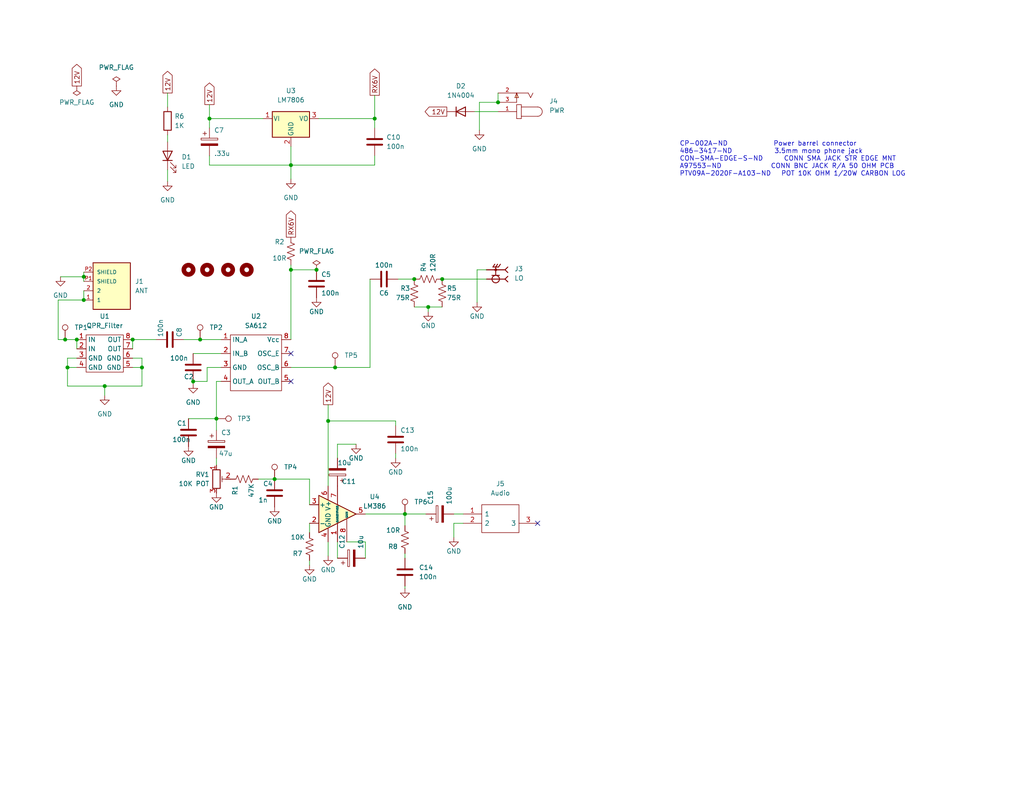
<source format=kicad_sch>
(kicad_sch (version 20211123) (generator eeschema)
  (paper "A")
  (lib_symbols
    (symbol "Amplifier_Audio:LM386" (pin_names (offset 0.127))
      (property "Reference" "U" (at 1.27 7.62 0))
      (property "Value" "LM386" (at 1.27 5.08 0))
      (symbol "LM386_0_1"
        (polyline (pts (xy 5.08 0) (xy -5.08 5.08) (xy -5.08 -5.08) (xy 5.08 0)) (stroke (width 0.254)) (fill (type background)))
      )
      (symbol "LM386_1_1"
        (pin input line (at 0 -7.62 90) (length 5.08) (name "GAIN") (number "1"))
        (pin input line (at -7.62 -2.54 0) (length 2.54) (name "-") (number "2"))
        (pin input line (at -7.62 2.54 0) (length 2.54) (name "+") (number "3"))
        (pin power_in line (at -2.54 -7.62 90) (length 3.81) (name "GND") (number "4"))
        (pin output line (at 7.62 0 180) (length 2.54) (name "~") (number "5"))
        (pin power_in line (at -2.54 7.62 270) (length 3.81) (name "V+") (number "6"))
        (pin input line (at 0 7.62 270) (length 5.08) (name "BYPASS") (number "7"))
        (pin input line (at 2.54 -7.62 90) (length 6.35) (name "GAIN") (number "8"))
      )
    )
    (symbol "Connector:TestPoint" (pin_numbers hide) (pin_names (offset 0.762) hide)
      (property "Reference" "TP" (at 0 6.858 0))
      (property "Value" "TestPoint" (at 0 5.08 0))
      (symbol "TestPoint_0_1"
        (circle (center 0 3.302) (radius 0.762))
      )
      (symbol "TestPoint_1_1"
        (pin passive line (at 0 0 90) (length 2.54) (name "1") (number "1"))
      )
    )
    (symbol "Custom_RF:1-1337543-0" (pin_names (offset 1.016))
      (property "Reference" "J" (at -5.08 5.715 0))
      (property "Value" "1-1337543-0" (at -5.08 -10.16 0))
      (symbol "1-1337543-0_0_0"
        (rectangle (start -5.08 -7.62) (end 5.08 5.08) (stroke (width 0.254)) (fill (type background)))
        (pin passive line (at 7.62 2.54 180) (length 2.54) (name "1") (number "1"))
        (pin passive line (at 7.62 0 180) (length 2.54) (name "2") (number "2"))
        (pin passive line (at 7.62 -2.54 180) (length 2.54) (name "SHIELD") (number "P1"))
        (pin passive line (at 7.62 -5.08 180) (length 2.54) (name "SHIELD") (number "P2"))
      )
    )
    (symbol "Custom_RF:4832.2230" (pin_names (offset 0.762))
      (property "Reference" "J" (at 16.51 7.62 0))
      (property "Value" "4832.2230" (at 16.51 5.08 0))
      (symbol "4832.2230_0_0"
        (pin passive line (at 20.32 -2.54 180) (length 5.08) (name "1") (number "1"))
        (pin passive line (at 20.32 0 180) (length 5.08) (name "2") (number "2"))
        (pin passive line (at 0 0 0) (length 5.08) (name "3") (number "3"))
      )
      (symbol "4832.2230_0_1"
        (polyline (pts (xy 5.08 2.54) (xy 15.24 2.54) (xy 15.24 -5.08) (xy 5.08 -5.08) (xy 5.08 2.54)) (stroke (width 0.1524)))
      )
    )
    (symbol "Custom_RF:CON-SMA-EDGE-S" (pin_numbers hide) (pin_names (offset 1.016) hide)
      (property "Reference" "J" (at -3.81 4.064 0))
      (property "Value" "CON-SMA-EDGE-S" (at -4.064 -4.318 0))
      (symbol "CON-SMA-EDGE-S_0_0"
        (polyline (pts (xy -3.302 -0.762) (xy -2.54 0)) (stroke (width 0.254)))
        (polyline (pts (xy -3.302 0.762) (xy -2.54 0)) (stroke (width 0.254)))
        (polyline (pts (xy -3.302 1.778) (xy -2.54 2.54)) (stroke (width 0.254)))
        (polyline (pts (xy -3.302 3.302) (xy -2.54 2.54)) (stroke (width 0.254)))
        (polyline (pts (xy -2.54 0) (xy 0 0)) (stroke (width 0.254)))
        (polyline (pts (xy -2.54 2.54) (xy 2.54 2.54)) (stroke (width 0.254)))
        (polyline (pts (xy -1.016 1.524) (xy 0 1.524)) (stroke (width 0.254)))
        (polyline (pts (xy -0.762 -0.762) (xy -1.27 -1.524)) (stroke (width 0.254)))
        (polyline (pts (xy 0 -0.762) (xy -0.762 -0.762)) (stroke (width 0.254)))
        (polyline (pts (xy 0 -0.762) (xy -0.508 -1.524)) (stroke (width 0.254)))
        (polyline (pts (xy 0 -0.762) (xy 0.762 -0.762)) (stroke (width 0.254)))
        (polyline (pts (xy 0 0) (xy -2.286 0)) (stroke (width 0.254)))
        (polyline (pts (xy 0 0) (xy 0 -0.762)) (stroke (width 0.254)))
        (polyline (pts (xy 0 1.524) (xy 0 0)) (stroke (width 0.254)))
        (polyline (pts (xy 0 1.524) (xy 1.016 1.524)) (stroke (width 0.254)))
        (polyline (pts (xy 0.762 -0.762) (xy 0.254 -1.524)) (stroke (width 0.254)))
        (polyline (pts (xy 2.54 0) (xy 0 0)) (stroke (width 0.254)))
        (circle (center 0 0) (radius 0.254) (stroke (width 0.254)))
        (circle (center 0 2.54) (radius 1.016) (stroke (width 0.254)))
        (pin passive line (at 2.54 2.54 180) (length 5.08) (name "~") (number "1"))
        (pin passive line (at 2.54 0 180) (length 5.08) (name "~") (number "G1"))
        (pin passive line (at 2.54 0 180) (length 5.08) (name "~") (number "G2"))
        (pin passive line (at 2.54 0 180) (length 5.08) (name "~") (number "G3"))
        (pin passive line (at 2.54 0 180) (length 5.08) (name "~") (number "G4"))
      )
    )
    (symbol "Custom_RF:PJ-002A" (pin_names (offset 1.016) hide)
      (property "Reference" "J" (at -7.62 5.08 0))
      (property "Value" "PJ-002A" (at -7.62 -5.08 0))
      (symbol "PJ-002A_0_0"
        (arc (start -5.715 3.81) (mid -6.985 2.54) (end -5.715 1.27) (stroke (width 0.1524)))
        (polyline (pts (xy -5.715 3.81) (xy -1.27 3.81)) (stroke (width 0.1524)))
        (polyline (pts (xy -3.81 -1.27) (xy -4.445 -2.54)) (stroke (width 0.1524)))
        (polyline (pts (xy -3.175 -2.54) (xy -3.81 -1.27)) (stroke (width 0.1524)))
        (polyline (pts (xy -1.27 0.635) (xy 0 0.635)) (stroke (width 0.1524)))
        (polyline (pts (xy -1.27 1.27) (xy -5.715 1.27)) (stroke (width 0.1524)))
        (polyline (pts (xy -1.27 1.27) (xy -1.27 0.635)) (stroke (width 0.1524)))
        (polyline (pts (xy -1.27 3.81) (xy -1.27 1.27)) (stroke (width 0.1524)))
        (polyline (pts (xy -1.27 4.445) (xy -1.27 3.81)) (stroke (width 0.1524)))
        (polyline (pts (xy 0 -2.54) (xy -3.175 -2.54)) (stroke (width 0.1524)))
        (polyline (pts (xy 0 0) (xy 0 -2.54)) (stroke (width 0.1524)))
        (polyline (pts (xy 0 0.635) (xy 0 4.445)) (stroke (width 0.1524)))
        (polyline (pts (xy 0 4.445) (xy -1.27 4.445)) (stroke (width 0.1524)))
        (polyline (pts (xy 0 -2.54) (xy -0.508 -1.27) (xy 0.508 -1.27) (xy 0 -2.54)) (stroke (width 0.1524)) (fill (type background)))
        (pin passive line (at 5.08 2.54 180) (length 5.08) (name "~") (number "1"))
        (pin passive line (at 5.08 -2.54 180) (length 5.08) (name "~") (number "2"))
        (pin passive line (at 5.08 0 180) (length 5.08) (name "~") (number "3"))
      )
    )
    (symbol "Custom_RF:QPR_Filter"
      (property "Reference" "U" (at 0 7.62 0))
      (property "Value" "QPR_Filter" (at 0 -7.62 0))
      (symbol "QPR_Filter_0_1"
        (rectangle (start -5.08 5.08) (end 5.08 -5.08))
      )
      (symbol "QPR_Filter_1_1"
        (pin bidirectional line (at -7.62 3.81 0) (length 2.54) (name "IN") (number "1"))
        (pin bidirectional line (at -7.62 1.27 0) (length 2.54) (name "IN") (number "2"))
        (pin power_in line (at -7.62 -1.27 0) (length 2.54) (name "GND") (number "3"))
        (pin power_in line (at -7.62 -3.81 0) (length 2.54) (name "GND") (number "4"))
        (pin power_in line (at 7.62 -3.81 180) (length 2.54) (name "GND") (number "5"))
        (pin power_in line (at 7.62 -1.27 180) (length 2.54) (name "GND") (number "6"))
        (pin bidirectional line (at 7.62 1.27 180) (length 2.54) (name "OUT") (number "7"))
        (pin bidirectional line (at 7.62 3.81 180) (length 2.54) (name "OUT") (number "8"))
      )
    )
    (symbol "Custom_RF:SA612"
      (property "Reference" "U" (at 1.27 10.16 0))
      (property "Value" "SA612" (at 1.27 -7.62 0))
      (symbol "SA612_0_1"
        (rectangle (start -6.35 8.89) (end 7.62 -6.35))
      )
      (symbol "SA612_1_1"
        (pin input line (at -8.89 7.62 0) (length 2.54) (name "IN_A") (number "1"))
        (pin input line (at -8.89 3.81 0) (length 2.54) (name "IN_B") (number "2"))
        (pin power_in line (at -8.89 0 0) (length 2.54) (name "GND") (number "3"))
        (pin output line (at -8.89 -3.81 0) (length 2.54) (name "OUT_A") (number "4"))
        (pin output line (at 10.16 -3.81 180) (length 2.54) (name "OUT_B") (number "5"))
        (pin input line (at 10.16 0 180) (length 2.54) (name "OSC_B") (number "6"))
        (pin input line (at 10.16 3.81 180) (length 2.54) (name "OSC_E") (number "7"))
        (pin power_in line (at 10.16 7.62 180) (length 2.54) (name "Vcc") (number "8"))
      )
    )
    (symbol "Device:C" (pin_numbers hide) (pin_names (offset 0.254))
      (property "Reference" "C" (at 0.635 2.54 0))
      (property "Value" "C" (at 0.635 -2.54 0))
      (symbol "C_0_1"
        (polyline (pts (xy -2.032 -0.762) (xy 2.032 -0.762)) (stroke (width 0.508)))
        (polyline (pts (xy -2.032 0.762) (xy 2.032 0.762)) (stroke (width 0.508)))
      )
      (symbol "C_1_1"
        (pin passive line (at 0 3.81 270) (length 2.794) (name "~") (number "1"))
        (pin passive line (at 0 -3.81 90) (length 2.794) (name "~") (number "2"))
      )
    )
    (symbol "Device:C_Polarized" (pin_numbers hide) (pin_names (offset 0.254))
      (property "Reference" "C" (at 0.635 2.54 0))
      (property "Value" "C_Polarized" (at 0.635 -2.54 0))
      (symbol "C_Polarized_0_1"
        (rectangle (start -2.286 0.508) (end 2.286 1.016))
        (polyline (pts (xy -1.778 2.286) (xy -0.762 2.286)))
        (polyline (pts (xy -1.27 2.794) (xy -1.27 1.778)))
        (rectangle (start 2.286 -0.508) (end -2.286 -1.016) (fill (type outline)))
      )
      (symbol "C_Polarized_1_1"
        (pin passive line (at 0 3.81 270) (length 2.794) (name "~") (number "1"))
        (pin passive line (at 0 -3.81 90) (length 2.794) (name "~") (number "2"))
      )
    )
    (symbol "Device:LED" (pin_numbers hide) (pin_names (offset 1.016) hide)
      (property "Reference" "D" (at 0 2.54 0))
      (property "Value" "LED" (at 0 -2.54 0))
      (symbol "LED_0_1"
        (polyline (pts (xy -1.27 -1.27) (xy -1.27 1.27)) (stroke (width 0.254)))
        (polyline (pts (xy -1.27 0) (xy 1.27 0)))
        (polyline (pts (xy 1.27 -1.27) (xy 1.27 1.27) (xy -1.27 0) (xy 1.27 -1.27)) (stroke (width 0.254)))
        (polyline (pts (xy -3.048 -0.762) (xy -4.572 -2.286) (xy -3.81 -2.286) (xy -4.572 -2.286) (xy -4.572 -1.524)))
        (polyline (pts (xy -1.778 -0.762) (xy -3.302 -2.286) (xy -2.54 -2.286) (xy -3.302 -2.286) (xy -3.302 -1.524)))
      )
      (symbol "LED_1_1"
        (pin passive line (at -3.81 0 0) (length 2.54) (name "K") (number "1"))
        (pin passive line (at 3.81 0 180) (length 2.54) (name "A") (number "2"))
      )
    )
    (symbol "Device:R" (pin_numbers hide) (pin_names (offset 0))
      (property "Reference" "R" (at 2.032 0 90))
      (property "Value" "R" (at 0 0 90))
      (symbol "R_0_1"
        (rectangle (start -1.016 -2.54) (end 1.016 2.54) (stroke (width 0.254)))
      )
      (symbol "R_1_1"
        (pin passive line (at 0 3.81 270) (length 1.27) (name "~") (number "1"))
        (pin passive line (at 0 -3.81 90) (length 1.27) (name "~") (number "2"))
      )
    )
    (symbol "Device:R_Potentiometer_Trim" (pin_names (offset 1.016) hide)
      (property "Reference" "RV" (at -4.445 0 90))
      (property "Value" "R_Potentiometer_Trim" (at -2.54 0 90))
      (symbol "R_Potentiometer_Trim_0_1"
        (polyline (pts (xy 1.524 0.762) (xy 1.524 -0.762)))
        (polyline (pts (xy 2.54 0) (xy 1.524 0)))
        (rectangle (start 1.016 2.54) (end -1.016 -2.54) (stroke (width 0.254)))
      )
      (symbol "R_Potentiometer_Trim_1_1"
        (pin passive line (at 0 3.81 270) (length 1.27) (name "1") (number "1"))
        (pin passive line (at 3.81 0 180) (length 1.27) (name "2") (number "2"))
        (pin passive line (at 0 -3.81 90) (length 1.27) (name "3") (number "3"))
      )
    )
    (symbol "Device:R_US" (pin_numbers hide) (pin_names (offset 0))
      (property "Reference" "R" (at 2.54 0 90))
      (property "Value" "R_US" (at -2.54 0 90))
      (symbol "R_US_0_1"
        (polyline (pts (xy 0 -2.286) (xy 0 -2.54)))
        (polyline (pts (xy 0 2.286) (xy 0 2.54)))
        (polyline (pts (xy 0 -0.762) (xy 1.016 -1.143) (xy 0 -1.524) (xy -1.016 -1.905) (xy 0 -2.286)))
        (polyline (pts (xy 0 0.762) (xy 1.016 0.381) (xy 0 0) (xy -1.016 -0.381) (xy 0 -0.762)))
        (polyline (pts (xy 0 2.286) (xy 1.016 1.905) (xy 0 1.524) (xy -1.016 1.143) (xy 0 0.762)))
      )
      (symbol "R_US_1_1"
        (pin passive line (at 0 3.81 270) (length 1.27) (name "~") (number "1"))
        (pin passive line (at 0 -3.81 90) (length 1.27) (name "~") (number "2"))
      )
    )
    (symbol "Diode:1N4001" (pin_numbers hide) (pin_names (offset 1.016) hide)
      (property "Reference" "D" (at 0 2.54 0))
      (property "Value" "1N4001" (at 0 -2.54 0))
      (symbol "1N4001_0_1"
        (polyline (pts (xy -1.27 1.27) (xy -1.27 -1.27)) (stroke (width 0.254)))
        (polyline (pts (xy 1.27 0) (xy -1.27 0)))
        (polyline (pts (xy 1.27 1.27) (xy 1.27 -1.27) (xy -1.27 0) (xy 1.27 1.27)) (stroke (width 0.254)))
      )
      (symbol "1N4001_1_1"
        (pin passive line (at -3.81 0 0) (length 2.54) (name "K") (number "1"))
        (pin passive line (at 3.81 0 180) (length 2.54) (name "A") (number "2"))
      )
    )
    (symbol "Mechanical:MountingHole" (pin_names (offset 1.016))
      (property "Reference" "H" (at 0 5.08 0))
      (property "Value" "MountingHole" (at 0 3.175 0))
      (symbol "MountingHole_0_1"
        (circle (center 0 0) (radius 1.27) (stroke (width 1.27)))
      )
    )
    (symbol "Regulator_Linear:LM7805_TO220" (pin_names (offset 0.254))
      (property "Reference" "U" (at -3.81 3.175 0))
      (property "Value" "LM7805_TO220" (at 0 3.175 0))
      (symbol "LM7805_TO220_0_1"
        (rectangle (start -5.08 1.905) (end 5.08 -5.08) (stroke (width 0.254)) (fill (type background)))
      )
      (symbol "LM7805_TO220_1_1"
        (pin power_in line (at -7.62 0 0) (length 2.54) (name "VI") (number "1"))
        (pin power_in line (at 0 -7.62 90) (length 2.54) (name "GND") (number "2"))
        (pin power_out line (at 7.62 0 180) (length 2.54) (name "VO") (number "3"))
      )
    )
    (symbol "power:GND" (power) (pin_names (offset 0))
      (property "Value" "GND" (at 0 -3.81 0))
      (symbol "GND_0_1"
        (polyline (pts (xy 0 0) (xy 0 -1.27) (xy 1.27 -1.27) (xy 0 -2.54) (xy -1.27 -1.27) (xy 0 -1.27)))
      )
      (symbol "GND_1_1"
        (pin power_in line (at 0 0 270) (length 0) hide (name "GND") (number "1"))
      )
    )
    (symbol "power:PWR_FLAG" (power) (pin_numbers hide) (pin_names (offset 0) hide)
      (property "Value" "PWR_FLAG" (at 0 3.81 0))
      (symbol "PWR_FLAG_0_0"
        (pin power_out line (at 0 0 90) (length 0) (name "pwr") (number "1"))
      )
      (symbol "PWR_FLAG_0_1"
        (polyline (pts (xy 0 0) (xy 0 1.27) (xy -1.016 1.905) (xy 0 2.54) (xy 1.016 1.905) (xy 0 1.27)))
      )
    )
  )
  (junction (at 86.36 73.66))
  (junction (at 79.375 73.66))
  (junction (at 113.03 76.2))
  (junction (at 135.89 27.94))
  (junction (at 18.415 100.33))
  (junction (at 102.235 32.385))
  (junction (at 54.61 92.71))
  (junction (at 22.86 81.915))
  (junction (at 52.705 104.14))
  (junction (at 110.49 140.335))
  (junction (at 74.93 130.81))
  (junction (at 36.195 92.71))
  (junction (at 120.65 76.2))
  (junction (at 17.78 92.71))
  (junction (at 116.84 83.82))
  (junction (at 22.86 75.565))
  (junction (at 79.375 45.085))
  (junction (at 59.055 114.3))
  (junction (at 38.735 100.33))
  (junction (at 91.44 100.33))
  (junction (at 28.575 105.41))
  (junction (at 57.15 32.385))
  (junction (at 20.955 92.71))
  (junction (at 89.535 114.935))
  (no_connect (at 146.685 142.875))
  (no_connect (at 79.375 96.52))
  (no_connect (at 79.375 104.14))
  (wire (pts (xy 57.15 32.385) (xy 57.15 34.925)))
  (wire (pts (xy 52.705 104.14) (xy 56.515 104.14)))
  (wire (pts (xy 102.235 42.545) (xy 102.235 45.085)))
  (wire (pts (xy 59.055 127) (xy 59.055 125.095)))
  (wire (pts (xy 126.365 142.875) (xy 123.825 142.875)))
  (wire (pts (xy 120.65 76.2) (xy 132.715 76.2)))
  (wire (pts (xy 91.44 100.33) (xy 79.375 100.33)))
  (wire (pts (xy 45.72 25.4) (xy 45.72 29.21)))
  (wire (pts (xy 56.515 100.33) (xy 60.325 100.33)))
  (wire (pts (xy 108.585 76.2) (xy 113.03 76.2)))
  (wire (pts (xy 17.78 92.71) (xy 20.955 92.71)))
  (wire (pts (xy 50.165 92.71) (xy 54.61 92.71)))
  (wire (pts (xy 135.89 25.4) (xy 135.89 27.94)))
  (wire (pts (xy 79.375 73.66) (xy 86.36 73.66)))
  (wire (pts (xy 56.515 104.14) (xy 56.515 100.33)))
  (wire (pts (xy 100.965 76.2) (xy 100.965 100.33)))
  (wire (pts (xy 18.415 97.79) (xy 18.415 100.33)))
  (wire (pts (xy 86.995 32.385) (xy 102.235 32.385)))
  (wire (pts (xy 57.15 45.085) (xy 79.375 45.085)))
  (wire (pts (xy 99.695 147.955) (xy 99.695 152.4)))
  (wire (pts (xy 59.055 104.14) (xy 59.055 114.3)))
  (wire (pts (xy 110.49 151.13) (xy 110.49 152.4)))
  (wire (pts (xy 89.535 114.935) (xy 89.535 132.715)))
  (wire (pts (xy 70.485 130.81) (xy 74.93 130.81)))
  (wire (pts (xy 84.455 153.035) (xy 84.455 154.305)))
  (wire (pts (xy 79.375 45.085) (xy 79.375 48.895)))
  (wire (pts (xy 135.89 27.94) (xy 130.81 27.94)))
  (wire (pts (xy 15.875 81.915) (xy 15.875 92.71)))
  (wire (pts (xy 36.195 92.71) (xy 36.195 95.25)))
  (wire (pts (xy 20.955 97.79) (xy 18.415 97.79)))
  (wire (pts (xy 16.51 75.565) (xy 22.86 75.565)))
  (wire (pts (xy 22.86 75.565) (xy 22.86 76.835)))
  (wire (pts (xy 116.84 83.82) (xy 120.65 83.82)))
  (wire (pts (xy 94.615 147.955) (xy 99.695 147.955)))
  (wire (pts (xy 132.715 73.66) (xy 130.175 73.66)))
  (wire (pts (xy 79.375 45.085) (xy 79.375 40.005)))
  (wire (pts (xy 28.575 105.41) (xy 28.575 107.95)))
  (wire (pts (xy 92.075 121.285) (xy 97.155 121.285)))
  (wire (pts (xy 15.875 81.915) (xy 22.86 81.915)))
  (wire (pts (xy 60.325 96.52) (xy 52.705 96.52)))
  (wire (pts (xy 129.54 30.48) (xy 135.89 30.48)))
  (wire (pts (xy 36.195 100.33) (xy 38.735 100.33)))
  (wire (pts (xy 110.49 140.335) (xy 110.49 143.51)))
  (wire (pts (xy 60.325 104.14) (xy 59.055 104.14)))
  (wire (pts (xy 84.455 130.81) (xy 84.455 137.795)))
  (wire (pts (xy 18.415 100.33) (xy 20.955 100.33)))
  (wire (pts (xy 52.705 104.14) (xy 52.705 104.775)))
  (wire (pts (xy 110.49 140.335) (xy 116.205 140.335)))
  (wire (pts (xy 38.735 105.41) (xy 38.735 100.33)))
  (wire (pts (xy 110.49 160.02) (xy 110.49 160.655)))
  (wire (pts (xy 107.95 114.935) (xy 107.95 116.205)))
  (wire (pts (xy 102.235 32.385) (xy 102.235 34.925)))
  (wire (pts (xy 20.955 92.71) (xy 20.955 95.25)))
  (wire (pts (xy 123.825 142.875) (xy 123.825 146.685)))
  (wire (pts (xy 79.375 45.085) (xy 102.235 45.085)))
  (wire (pts (xy 116.84 83.82) (xy 116.84 85.09)))
  (wire (pts (xy 15.875 92.71) (xy 17.78 92.71)))
  (wire (pts (xy 123.825 140.335) (xy 126.365 140.335)))
  (wire (pts (xy 45.72 46.355) (xy 45.72 49.53)))
  (wire (pts (xy 36.195 97.79) (xy 38.735 97.79)))
  (wire (pts (xy 79.375 73.66) (xy 79.375 92.71)))
  (wire (pts (xy 36.195 92.71) (xy 42.545 92.71)))
  (wire (pts (xy 113.03 83.82) (xy 116.84 83.82)))
  (wire (pts (xy 57.15 32.385) (xy 71.755 32.385)))
  (wire (pts (xy 22.86 74.295) (xy 22.86 75.565)))
  (wire (pts (xy 22.86 79.375) (xy 22.86 81.915)))
  (wire (pts (xy 107.95 123.825) (xy 107.95 125.095)))
  (wire (pts (xy 57.15 42.545) (xy 57.15 45.085)))
  (wire (pts (xy 54.61 92.71) (xy 60.325 92.71)))
  (wire (pts (xy 51.435 114.3) (xy 59.055 114.3)))
  (wire (pts (xy 102.235 26.035) (xy 102.235 32.385)))
  (wire (pts (xy 89.535 151.765) (xy 89.535 147.955)))
  (wire (pts (xy 18.415 100.33) (xy 18.415 105.41)))
  (wire (pts (xy 18.415 105.41) (xy 28.575 105.41)))
  (wire (pts (xy 92.075 121.285) (xy 92.075 125.095)))
  (wire (pts (xy 89.535 110.49) (xy 89.535 114.935)))
  (wire (pts (xy 89.535 114.935) (xy 107.95 114.935)))
  (wire (pts (xy 45.72 36.83) (xy 45.72 38.735)))
  (wire (pts (xy 99.695 140.335) (xy 110.49 140.335)))
  (wire (pts (xy 100.965 100.33) (xy 91.44 100.33)))
  (wire (pts (xy 130.175 73.66) (xy 130.175 82.55)))
  (wire (pts (xy 38.735 97.79) (xy 38.735 100.33)))
  (wire (pts (xy 79.375 72.39) (xy 79.375 73.66)))
  (wire (pts (xy 84.455 142.875) (xy 84.455 145.415)))
  (wire (pts (xy 92.075 147.955) (xy 92.075 152.4)))
  (wire (pts (xy 28.575 105.41) (xy 38.735 105.41)))
  (wire (pts (xy 57.15 28.575) (xy 57.15 32.385)))
  (wire (pts (xy 74.93 130.81) (xy 84.455 130.81)))
  (wire (pts (xy 130.81 27.94) (xy 130.81 35.56)))
  (wire (pts (xy 59.055 114.3) (xy 59.055 117.475)))
  (text "CP-002A-ND             Power barrel connector\n486-3417-ND            3.5mm mono phone jack\nCON-SMA-EDGE-S-ND      CONN SMA JACK STR EDGE MNT\nA97553-ND              CONN BNC JACK R/A 50 OHM PCB\nPTV09A-2020F-A103-ND   POT 10K OHM 1/20W CARBON LOG" (at 185.42 48.26 0) (effects (font (size 1.27 1.27)) (justify left bottom)))
  (global_label "12V" (shape output) (at 20.955 23.495 90) (property "Intersheet References" "${INTERSHEET_REFS}" (effects hide)))
  (global_label "RX6V" (shape output) (at 79.375 64.77 90) (property "Intersheet References" "${INTERSHEET_REFS}" (effects hide)))
  (global_label "12V" (shape output) (at 45.72 25.4 90) (property "Intersheet References" "${INTERSHEET_REFS}" (effects hide)))
  (global_label "12V" (shape output) (at 89.535 110.49 90) (property "Intersheet References" "${INTERSHEET_REFS}" (effects hide)))
  (global_label "12V" (shape output) (at 121.92 30.48 180) (property "Intersheet References" "${INTERSHEET_REFS}" (effects hide)))
  (global_label "12V" (shape output) (at 57.15 28.575 90) (property "Intersheet References" "${INTERSHEET_REFS}" (effects hide)))
  (global_label "RX6V" (shape output) (at 102.235 26.035 90) (property "Intersheet References" "${INTERSHEET_REFS}" (effects hide)))
  (symbol (lib_id "power:GND") (at 89.535 151.765 0) (unit 1)
    (property "Reference" "#PWR015" (effects hide))
    (property "Value" "GND" (at 89.535 155.575 0))
  )
  (symbol (lib_id "Connector:TestPoint") (at 91.44 100.33 0) (unit 1)
    (property "Reference" "TP5" (at 93.98 97.0279 0) (effects (justify left)))
    (property "Value" "TP5" (effects hide))
    (property "Footprint" "TestPoint:TestPoint_THTPad_1.0x1.0mm_Drill0.5mm" (effects hide))
  )
  (symbol (lib_id "Amplifier_Audio:LM386") (at 92.075 140.335 0) (unit 1)
    (property "Reference" "U4" (at 102.235 135.636 0))
    (property "Value" "LM386" (at 102.235 138.176 0))
    (property "Footprint" "Package_DIP:DIP-8_W7.62mm_Socket" (effects hide))
    (property "Datasheet" "http://www.ti.com/lit/ds/symlink/lm386.pdf" (effects hide))
  )
  (symbol (lib_id "Device:C") (at 86.36 77.47 0) (unit 1)
    (property "Reference" "C5" (at 87.63 74.93 0) (effects (justify left)))
    (property "Value" "100n" (at 87.63 80.01 0) (effects (justify left)))
    (property "Footprint" "Capacitor_SMD:C_1206_3216Metric" (effects hide))
  )
  (symbol (lib_id "Device:R_US") (at 116.84 76.2 90) (unit 1)
    (property "Reference" "R4" (at 115.57 74.295 0) (effects (justify left)))
    (property "Value" "120R" (at 118.11 74.295 0) (effects (justify left)))
    (property "Footprint" "Resistor_SMD:R_1206_3216Metric" (effects hide))
  )
  (symbol (lib_id "Device:R_US") (at 84.455 149.225 180) (unit 1)
    (property "Reference" "R7" (at 82.55 151.13 0) (effects (justify left)))
    (property "Value" "10K" (at 83.185 146.685 0) (effects (justify left)))
    (property "Footprint" "Resistor_SMD:R_1206_3216Metric" (effects hide))
  )
  (symbol (lib_id "Device:R_US") (at 110.49 147.32 180) (unit 1)
    (property "Reference" "R8" (at 108.585 149.225 0) (effects (justify left)))
    (property "Value" "10R" (at 109.22 144.78 0) (effects (justify left)))
    (property "Footprint" "Resistor_SMD:R_1206_3216Metric" (effects hide))
  )
  (symbol (lib_id "power:PWR_FLAG") (at 31.75 23.495 0) (unit 1)
    (property "Reference" "#FLG02" (effects hide))
    (property "Value" "PWR_FLAG" (at 31.75 18.415 0))
  )
  (symbol (lib_id "power:GND") (at 28.575 107.95 0) (unit 1)
    (property "Reference" "#PWR02" (effects hide))
    (property "Value" "GND" (at 28.575 113.03 0))
  )
  (symbol (lib_id "Connector:TestPoint") (at 110.49 140.335 0) (unit 1)
    (property "Reference" "TP6" (at 113.03 137.0329 0) (effects (justify left)))
    (property "Value" "TP6" (effects hide))
    (property "Footprint" "TestPoint:TestPoint_THTPad_1.0x1.0mm_Drill0.5mm" (effects hide))
  )
  (symbol (lib_id "Device:C_Polarized") (at 95.885 152.4 90) (unit 1)
    (property "Reference" "C12" (at 93.345 149.86 0) (effects (justify left)))
    (property "Value" "10u" (at 98.425 149.86 0) (effects (justify left)))
    (property "Footprint" "Capacitor_THT:CP_Radial_D8.0mm_P2.50mm" (effects hide))
  )
  (symbol (lib_id "Diode:1N4001") (at 125.73 30.48 0) (unit 1)
    (property "Reference" "D2" (at 125.73 23.495 0))
    (property "Value" "1N4004" (at 125.73 26.035 0))
    (property "Footprint" "Diode_THT:D_DO-41_SOD81_P10.16mm_Horizontal" (effects hide))
    (property "Datasheet" "http://www.vishay.com/docs/88503/1n4001.pdf" (effects hide))
  )
  (symbol (lib_id "power:GND") (at 97.155 121.285 0) (unit 1)
    (property "Reference" "#PWR016" (effects hide))
    (property "Value" "GND" (at 97.155 125.095 0))
  )
  (symbol (lib_id "power:GND") (at 59.055 134.62 0) (unit 1)
    (property "Reference" "#PWR06" (effects hide))
    (property "Value" "GND" (at 59.055 138.43 0))
  )
  (symbol (lib_id "Device:R_US") (at 113.03 80.01 0) (unit 1)
    (property "Reference" "R3" (at 109.22 78.74 0) (effects (justify left)))
    (property "Value" "75R" (at 107.95 81.28 0) (effects (justify left)))
    (property "Footprint" "Resistor_SMD:R_1206_3216Metric" (effects hide))
  )
  (symbol (lib_id "Regulator_Linear:LM7805_TO220") (at 79.375 32.385 0) (unit 1)
    (property "Reference" "U3" (at 79.375 24.765 0))
    (property "Value" "LM7806" (at 79.375 27.305 0))
    (property "Footprint" "Package_TO_SOT_THT:TO-220-3_Vertical" (effects hide))
    (property "Datasheet" "https://www.onsemi.cn/PowerSolutions/document/MC7800-D.PDF" (effects hide))
  )
  (symbol (lib_id "Device:R_Potentiometer_Trim") (at 59.055 130.81 0) (unit 1)
    (property "Reference" "RV1" (at 57.15 129.5399 0) (effects (justify right)))
    (property "Value" "10K POT" (at 57.15 132.0799 0) (effects (justify right)))
    (property "Footprint" "Custom_RF:Bourns_PTV09A_Horizontal_Pot" (effects hide))
  )
  (symbol (lib_id "Device:C_Polarized") (at 120.015 140.335 90) (unit 1)
    (property "Reference" "C15" (at 117.475 137.795 0) (effects (justify left)))
    (property "Value" "100u" (at 122.555 137.795 0) (effects (justify left)))
    (property "Footprint" "Capacitor_THT:CP_Radial_D8.0mm_P2.50mm" (effects hide))
  )
  (symbol (lib_id "Connector:TestPoint") (at 59.055 114.3 270) (unit 1)
    (property "Reference" "TP3" (at 64.77 114.2999 90) (effects (justify left)))
    (property "Value" "TP3" (effects hide))
    (property "Footprint" "TestPoint:TestPoint_THTPad_1.0x1.0mm_Drill0.5mm" (effects hide))
  )
  (symbol (lib_id "Device:C") (at 102.235 38.735 0) (unit 1)
    (property "Reference" "C10" (at 105.41 37.4649 0) (effects (justify left)))
    (property "Value" "100n" (at 105.41 40.0049 0) (effects (justify left)))
    (property "Footprint" "Capacitor_SMD:C_1206_3216Metric" (effects hide))
  )
  (symbol (lib_id "Device:C") (at 46.355 92.71 90) (unit 1)
    (property "Reference" "C8" (at 48.895 92.075 0) (effects (justify left)))
    (property "Value" "100n" (at 43.815 92.075 0) (effects (justify left)))
    (property "Footprint" "Capacitor_SMD:C_1206_3216Metric" (effects hide))
  )
  (symbol (lib_id "Connector:TestPoint") (at 74.93 130.81 0) (unit 1)
    (property "Reference" "TP4" (at 77.47 127.5079 0) (effects (justify left)))
    (property "Value" "TP4" (effects hide))
    (property "Footprint" "TestPoint:TestPoint_THTPad_1.0x1.0mm_Drill0.5mm" (effects hide))
  )
  (symbol (lib_id "power:GND") (at 130.175 82.55 0) (unit 1)
    (property "Reference" "#PWR010" (effects hide))
    (property "Value" "GND" (at 130.175 86.36 0))
  )
  (symbol (lib_id "power:PWR_FLAG") (at 20.955 23.495 180) (unit 1)
    (property "Reference" "#FLG01" (effects hide))
    (property "Value" "PWR_FLAG" (at 20.955 27.94 0))
  )
  (symbol (lib_id "Device:C") (at 110.49 156.21 0) (unit 1)
    (property "Reference" "C14" (at 114.3 154.9399 0) (effects (justify left)))
    (property "Value" "100n" (at 114.3 157.4799 0) (effects (justify left)))
    (property "Footprint" "Capacitor_SMD:C_1206_3216Metric" (effects hide))
  )
  (symbol (lib_id "power:GND") (at 52.705 104.775 0) (unit 1)
    (property "Reference" "#PWR05" (effects hide))
    (property "Value" "GND" (at 52.705 109.855 0))
  )
  (symbol (lib_id "Custom_RF:1-1337543-0") (at 30.48 79.375 180) (unit 1)
    (property "Reference" "J1" (at 36.83 76.8349 0) (effects (justify right)))
    (property "Value" "ANT" (at 36.83 79.3749 0) (effects (justify right)))
    (property "Footprint" "Custom_RF:CONN_1-1337543-0" (effects hide))
    (property "TE_PN" "1-1337543-0" (effects hide))
    (property "MANUFACTURER" "TE CONNECTIVITY" (effects hide))
  )
  (symbol (lib_id "Custom_RF:PJ-002A") (at 140.97 27.94 180) (unit 1)
    (property "Reference" "J4" (at 149.86 27.6224 0) (effects (justify right)))
    (property "Value" "PWR" (at 149.86 30.1624 0) (effects (justify right)))
    (property "Footprint" "Custom_RF:CUI_PJ-002A" (effects hide))
    (property "STANDARD" "Manufacturer recommendations" (effects hide))
    (property "MANUFACTURER" "CUI INC" (effects hide))
  )
  (symbol (lib_id "Device:C_Polarized") (at 57.15 38.735 0) (unit 1)
    (property "Reference" "C7" (at 58.42 35.56 0) (effects (justify left)))
    (property "Value" ".33u" (at 58.42 41.91 0) (effects (justify left)))
    (property "Footprint" "Capacitor_THT:CP_Radial_D8.0mm_P2.50mm" (effects hide))
  )
  (symbol (lib_id "Device:C") (at 74.93 134.62 0) (unit 1)
    (property "Reference" "C4" (at 71.755 132.08 0) (effects (justify left)))
    (property "Value" "1n" (at 70.485 136.525 0) (effects (justify left)))
    (property "Footprint" "Capacitor_SMD:C_1206_3216Metric" (effects hide))
  )
  (symbol (lib_id "power:GND") (at 116.84 85.09 0) (unit 1)
    (property "Reference" "#PWR09" (effects hide))
    (property "Value" "GND" (at 116.84 88.9 0))
  )
  (symbol (lib_id "Connector:TestPoint") (at 17.78 92.71 0) (unit 1)
    (property "Reference" "TP1" (at 20.32 89.4079 0) (effects (justify left)))
    (property "Value" "TP1" (effects hide))
    (property "Footprint" "TestPoint:TestPoint_THTPad_1.0x1.0mm_Drill0.5mm" (effects hide))
  )
  (symbol (lib_id "Custom_RF:CON-SMA-EDGE-S") (at 135.255 73.66 180) (unit 1)
    (property "Reference" "J3" (at 140.335 73.4059 0) (effects (justify right)))
    (property "Value" "LO" (at 140.335 75.9459 0) (effects (justify right)))
    (property "Footprint" "Custom_RF:RFSOLUTIONS_CON-SMA-EDGE-S" (effects hide))
    (property "STANDARD" "Manufacturer Recommendations" (effects hide))
    (property "PARTREV" "1" (effects hide))
    (property "MANUFACTURER" "RF Solutions" (effects hide))
    (property "MAXIMUM_PACKAGE_HEIGHT" "6.35mm" (effects hide))
  )
  (symbol (lib_id "Mechanical:MountingHole") (at 67.31 73.66 0) (unit 1)
    (property "Reference" "H4" (effects hide))
    (property "Value" "MountingHole" (effects hide))
    (property "Footprint" "MountingHole:MountingHole_3.2mm_M3" (effects hide))
  )
  (symbol (lib_id "power:GND") (at 84.455 154.305 0) (unit 1)
    (property "Reference" "#PWR014" (effects hide))
    (property "Value" "GND" (at 84.455 158.115 0))
  )
  (symbol (lib_id "Device:R") (at 45.72 33.02 0) (unit 1)
    (property "Reference" "R6" (at 47.625 31.7499 0) (effects (justify left)))
    (property "Value" "1K" (at 47.625 34.2899 0) (effects (justify left)))
    (property "Footprint" "Resistor_SMD:R_1206_3216Metric" (effects hide))
  )
  (symbol (lib_id "Mechanical:MountingHole") (at 62.23 73.66 0) (unit 1)
    (property "Reference" "H3" (effects hide))
    (property "Value" "MountingHole" (effects hide))
    (property "Footprint" "MountingHole:MountingHole_3.2mm_M3" (effects hide))
  )
  (symbol (lib_id "power:GND") (at 123.825 146.685 0) (unit 1)
    (property "Reference" "#PWR019" (effects hide))
    (property "Value" "GND" (at 123.825 150.495 0))
  )
  (symbol (lib_id "power:GND") (at 74.93 138.43 0) (unit 1)
    (property "Reference" "#PWR07" (effects hide))
    (property "Value" "GND" (at 74.93 142.24 0))
  )
  (symbol (lib_id "Device:R_US") (at 120.65 80.01 0) (unit 1)
    (property "Reference" "R5" (at 121.92 78.74 0) (effects (justify left)))
    (property "Value" "75R" (at 121.92 81.28 0) (effects (justify left)))
    (property "Footprint" "Resistor_SMD:R_1206_3216Metric" (effects hide))
  )
  (symbol (lib_id "Device:C") (at 51.435 118.11 0) (unit 1)
    (property "Reference" "C1" (at 48.26 115.57 0) (effects (justify left)))
    (property "Value" "100n" (at 46.99 120.015 0) (effects (justify left)))
    (property "Footprint" "Capacitor_SMD:C_1206_3216Metric" (effects hide))
  )
  (symbol (lib_id "Device:R_US") (at 79.375 68.58 0) (unit 1)
    (property "Reference" "R2" (at 74.93 66.04 0) (effects (justify left)))
    (property "Value" "10R" (at 74.295 70.485 0) (effects (justify left)))
    (property "Footprint" "Resistor_SMD:R_1206_3216Metric" (effects hide))
  )
  (symbol (lib_id "power:GND") (at 45.72 49.53 0) (unit 1)
    (property "Reference" "#PWR011" (effects hide))
    (property "Value" "GND" (at 45.72 54.61 0))
  )
  (symbol (lib_id "power:GND") (at 31.75 23.495 0) (unit 1)
    (property "Reference" "#PWR03" (effects hide))
    (property "Value" "GND" (at 31.75 28.575 0))
  )
  (symbol (lib_id "Custom_RF:QPR_Filter") (at 28.575 96.52 0) (unit 1)
    (property "Reference" "U1" (at 28.575 86.36 0))
    (property "Value" "QPR_Filter" (at 28.575 88.9 0))
    (property "Footprint" "Custom_RF:QRPLabs_Filter_TH" (effects hide))
    (property "Datasheet" "https://www.qrp-labs.com/lpfkit.html" (effects hide))
  )
  (symbol (lib_id "Device:R_US") (at 66.675 130.81 90) (unit 1)
    (property "Reference" "R1" (at 64.135 135.255 0) (effects (justify left)))
    (property "Value" "47K" (at 68.58 135.89 0) (effects (justify left)))
    (property "Footprint" "Resistor_SMD:R_1206_3216Metric" (effects hide))
  )
  (symbol (lib_id "power:GND") (at 110.49 160.655 0) (unit 1)
    (property "Reference" "#PWR018" (effects hide))
    (property "Value" "GND" (at 110.49 165.735 0))
  )
  (symbol (lib_id "power:GND") (at 79.375 48.895 0) (unit 1)
    (property "Reference" "#PWR012" (effects hide))
    (property "Value" "GND" (at 79.375 53.975 0))
  )
  (symbol (lib_id "power:GND") (at 107.95 125.095 0) (unit 1)
    (property "Reference" "#PWR017" (effects hide))
    (property "Value" "GND" (at 107.95 128.905 0))
  )
  (symbol (lib_id "Custom_RF:4832.2230") (at 146.685 142.875 180) (unit 1)
    (property "Reference" "J5" (at 136.525 132.08 0))
    (property "Value" "Audio" (at 136.525 134.62 0))
    (property "Footprint" "Custom_RF:48322230" (effects hide))
    (property "Datasheet" "https://ch.schurter.com/en/datasheet/typ_4832.2230.pdf" (effects hide))
    (property "Description" "Phone Connectors AUDIO SOCKET 3.5MM 2P PCB" (effects hide))
    (property "Height" "5" (effects hide))
    (property "Manufacturer_Name" "SCHURTER" (effects hide))
    (property "Manufacturer_Part_Number" "4832.2230" (effects hide))
    (property "Mouser Part Number" "693-4832.223" (effects hide))
    (property "Mouser Price/Stock" "https://www.mouser.co.uk/ProductDetail/Schurter/4832.2230?qs=wwP%252BWDYHj0ZW%2F5hAS%252BjJMA%3D%3D" (effects hide))
  )
  (symbol (lib_id "power:GND") (at 130.81 35.56 0) (unit 1)
    (property "Reference" "#PWR013" (effects hide))
    (property "Value" "GND" (at 130.81 40.64 0))
  )
  (symbol (lib_id "Device:LED") (at 45.72 42.545 90) (unit 1)
    (property "Reference" "D1" (at 49.53 42.8624 90) (effects (justify right)))
    (property "Value" "LED" (at 49.53 45.4024 90) (effects (justify right)))
    (property "Footprint" "LED_THT:LED_D3.0mm" (effects hide))
  )
  (symbol (lib_id "Connector:TestPoint") (at 54.61 92.71 0) (unit 1)
    (property "Reference" "TP2" (at 57.15 89.4079 0) (effects (justify left)))
    (property "Value" "TP2" (effects hide))
    (property "Footprint" "TestPoint:TestPoint_THTPad_1.0x1.0mm_Drill0.5mm" (effects hide))
  )
  (symbol (lib_id "power:GND") (at 16.51 75.565 0) (unit 1)
    (property "Reference" "#PWR01" (effects hide))
    (property "Value" "GND" (at 16.51 80.645 0))
  )
  (symbol (lib_id "Custom_RF:SA612") (at 69.215 100.33 0) (unit 1)
    (property "Reference" "U2" (at 69.85 86.36 0))
    (property "Value" "SA612" (at 69.85 88.9 0))
    (property "Footprint" "Package_DIP:DIP-8_W7.62mm_Socket" (effects hide))
  )
  (symbol (lib_id "power:PWR_FLAG") (at 86.36 73.66 0) (unit 1)
    (property "Reference" "#FLG0101" (effects hide))
    (property "Value" "PWR_FLAG" (at 86.36 68.58 0))
  )
  (symbol (lib_id "Mechanical:MountingHole") (at 51.435 73.66 0) (unit 1)
    (property "Reference" "H1" (effects hide))
    (property "Value" "MountingHole" (effects hide))
    (property "Footprint" "MountingHole:MountingHole_3.2mm_M3" (effects hide))
  )
  (symbol (lib_id "power:GND") (at 86.36 81.28 0) (unit 1)
    (property "Reference" "#PWR08" (effects hide))
    (property "Value" "GND" (at 86.36 85.09 0))
  )
  (symbol (lib_id "Device:C") (at 52.705 100.33 0) (unit 1)
    (property "Reference" "C2" (at 50.165 102.87 0) (effects (justify left)))
    (property "Value" "100n" (at 46.355 97.79 0) (effects (justify left)))
    (property "Footprint" "Capacitor_SMD:C_1206_3216Metric" (effects hide))
  )
  (symbol (lib_id "Device:C_Polarized") (at 92.075 128.905 180) (unit 1)
    (property "Reference" "C11" (at 97.155 131.445 0) (effects (justify left)))
    (property "Value" "10u" (at 95.885 126.365 0) (effects (justify left)))
    (property "Footprint" "Capacitor_THT:CP_Radial_D8.0mm_P2.50mm" (effects hide))
  )
  (symbol (lib_id "Device:C_Polarized") (at 59.055 121.285 0) (unit 1)
    (property "Reference" "C3" (at 60.325 118.11 0) (effects (justify left)))
    (property "Value" "47u" (at 59.69 123.825 0) (effects (justify left)))
    (property "Footprint" "Capacitor_THT:CP_Radial_D8.0mm_P2.50mm" (effects hide))
  )
  (symbol (lib_id "Device:C") (at 107.95 120.015 0) (unit 1)
    (property "Reference" "C13" (at 109.22 117.475 0) (effects (justify left)))
    (property "Value" "100n" (at 109.22 122.555 0) (effects (justify left)))
    (property "Footprint" "Capacitor_SMD:C_1206_3216Metric" (effects hide))
  )
  (symbol (lib_id "power:GND") (at 51.435 121.92 0) (unit 1)
    (property "Reference" "#PWR04" (effects hide))
    (property "Value" "GND" (at 51.435 125.73 0))
  )
  (symbol (lib_id "Mechanical:MountingHole") (at 56.515 73.66 0) (unit 1)
    (property "Reference" "H2" (effects hide))
    (property "Value" "MountingHole" (effects hide))
    (property "Footprint" "MountingHole:MountingHole_3.2mm_M3" (effects hide))
  )
  (symbol (lib_id "Device:C") (at 104.775 76.2 270) (unit 1)
    (property "Reference" "C6" (at 104.775 80.01 90))
    (property "Value" "100n" (at 104.775 72.39 90))
    (property "Footprint" "Capacitor_SMD:C_1206_3216Metric" (effects hide))
  )
)
</source>
